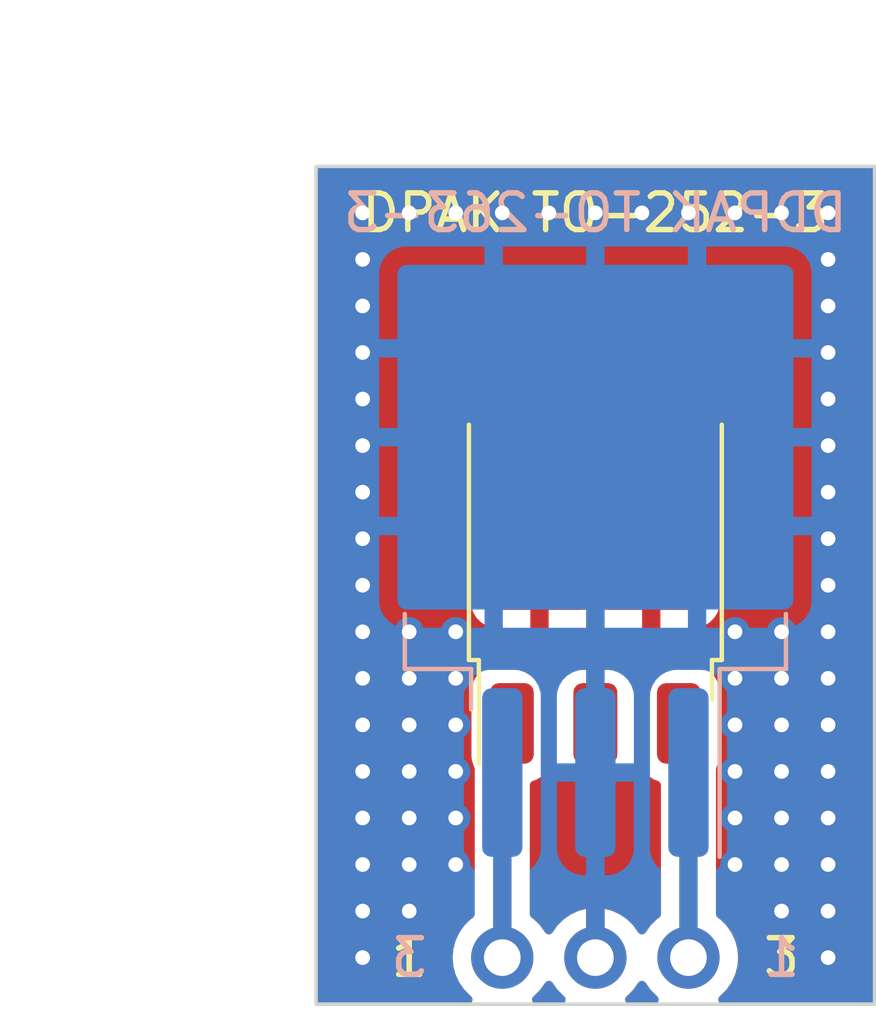
<source format=kicad_pcb>
(kicad_pcb (version 20221018) (generator pcbnew)
  (layers (0 "F.Cu" signal) (31 "B.Cu" signal) (34 "B.Paste" user) (35 "F.Paste" user) (36 "B.SilkS" user "B.Silkscreen") (37 "F.SilkS" user "F.Silkscreen") (38 "B.Mask" user) (39 "F.Mask" user) (44 "Edge.Cuts" user))
  (net 0 "")
  (net 1 "Net-(J1-Pin_1)")
  (net 2 "Net-(J1-Pin_3)")
  (net 3 "/HEATSINK")
  (footprint "Package_TO_SOT_SMD:TO-252-3_TabPin2" (layer "F.Cu") (at 120.65 96.52 90)
    (fp_text reference "U3" hide)
    (fp_text value "LM1117DT-ADJ" hide)
    (fp_line (start -3.31 -3.45) (end -3.31 -3.18) (stroke (width 0.12)) (layer "F.SilkS"))
    (fp_line (start -3.31 -3.18) (end -6.14 -3.18) (stroke (width 0.12)) (layer "F.SilkS"))
    (fp_line (start -3.31 3.18) (end -4.41 3.18) (stroke (width 0.12)) (layer "F.SilkS"))
    (fp_line (start -3.31 3.45) (end -3.31 3.18) (stroke (width 0.12)) (layer "F.SilkS"))
    (fp_line (start 3.11 -3.45) (end -3.31 -3.45) (stroke (width 0.12)) (layer "F.SilkS"))
    (fp_line (start 3.11 3.45) (end -3.31 3.45) (stroke (width 0.12)) (layer "F.SilkS"))
    (pad "1" smd roundrect (at -5.04 -2.28 90) (size 2.2 1.2) (layers "F.Cu" "F.Paste" "F.Mask") (roundrect_rratio 0.208333) (net 1 "Net-(J1-Pin_1)"))
    (pad "2" smd roundrect (at -5.04 0 90) (size 2.2 1.2) (layers "F.Cu" "F.Paste" "F.Mask") (roundrect_rratio 0.208333) (net 3 "/HEATSINK"))
    (pad "2" smd roundrect (at -0.415 -1.525 90) (size 3.05 2.75) (layers "F.Cu" "F.Paste") (roundrect_rratio 0.090909) (net 3 "/HEATSINK"))
    (pad "2" smd roundrect (at -0.415 1.525 90) (size 3.05 2.75) (layers "F.Cu" "F.Paste") (roundrect_rratio 0.090909) (net 3 "/HEATSINK"))
    (pad "2" smd roundrect (at 1.26 0 90) (size 6.4 5.8) (layers "F.Cu" "F.Mask") (roundrect_rratio 0.043103) (net 3 "/HEATSINK"))
    (pad "2" smd roundrect (at 2.935 -1.525 90) (size 3.05 2.75) (layers "F.Cu" "F.Paste") (roundrect_rratio 0.090909) (net 3 "/HEATSINK"))
    (pad "2" smd roundrect (at 2.935 1.525 90) (size 3.05 2.75) (layers "F.Cu" "F.Paste") (roundrect_rratio 0.090909) (net 3 "/HEATSINK"))
    (pad "3" smd roundrect (at -5.04 2.28 90) (size 2.2 1.2) (layers "F.Cu" "F.Paste" "F.Mask") (roundrect_rratio 0.208333) (net 2 "Net-(J1-Pin_3)"))
  )
  (footprint "Connector_PinHeader_2.54mm:PinHeader_1x03_P2.54mm_Vertical" (layer "F.Cu") (at 118.11 107.95 90)
    (fp_text reference "J1" hide)
    (fp_text value "Conn_01x03" hide)
    (pad "1" thru_hole circle (at 0 0 90) (size 1.7 1.7) (drill 1) (layers "*.Cu" "*.Mask") (net 1 "Net-(J1-Pin_1)"))
    (pad "2" thru_hole oval (at 0 2.54 90) (size 1.7 1.7) (drill 1) (layers "*.Cu" "*.Mask") (net 3 "/HEATSINK"))
    (pad "3" thru_hole oval (at 0 5.08 90) (size 1.7 1.7) (drill 1) (layers "*.Cu" "*.Mask") (net 2 "Net-(J1-Pin_3)"))
  )
  (footprint "Package_TO_SOT_SMD:TO-263-3_TabPin2" (layer "B.Cu") (at 120.65 95.25 90)
    (fp_text reference "U1" hide)
    (fp_text value "LM1117DT-ADJ" hide)
    (fp_line (start -4.825 -5.2) (end -4.825 -3.39) (stroke (width 0.12)) (layer "B.SilkS"))
    (fp_line (start -4.825 -3.39) (end -5.925 -3.39) (stroke (width 0.12)) (layer "B.SilkS"))
    (fp_line (start -4.825 3.39) (end -9.95 3.39) (stroke (width 0.12)) (layer "B.SilkS"))
    (fp_line (start -4.825 5.2) (end -4.825 3.39) (stroke (width 0.12)) (layer "B.SilkS"))
    (fp_line (start -3.325 -5.2) (end -4.825 -5.2) (stroke (width 0.12)) (layer "B.SilkS"))
    (fp_line (start -3.325 5.2) (end -4.825 5.2) (stroke (width 0.12)) (layer "B.SilkS"))
    (pad "1" smd roundrect (at -7.65 2.54 90) (size 4.6 1.1) (layers "B.Cu" "B.Paste" "B.Mask") (roundrect_rratio 0.227273) (net 2 "Net-(J1-Pin_3)"))
    (pad "2" smd roundrect (at -7.65 0 90) (size 4.6 1.1) (layers "B.Cu" "B.Paste" "B.Mask") (roundrect_rratio 0.227273) (net 3 "/HEATSINK"))
    (pad "2" smd roundrect (at -0.925 -2.775 90) (size 4.55 5.25) (layers "B.Cu" "B.Paste") (roundrect_rratio 0.054945) (net 3 "/HEATSINK"))
    (pad "2" smd roundrect (at -0.925 2.775 90) (size 4.55 5.25) (layers "B.Cu" "B.Paste") (roundrect_rratio 0.054945) (net 3 "/HEATSINK"))
    (pad "2" smd roundrect (at 1.5 0 90) (size 9.4 10.8) (layers "B.Cu" "B.Mask") (roundrect_rratio 0.026596) (net 3 "/HEATSINK"))
    (pad "2" smd roundrect (at 3.925 -2.775 90) (size 4.55 5.25) (layers "B.Cu" "B.Paste") (roundrect_rratio 0.054945) (net 3 "/HEATSINK"))
    (pad "2" smd roundrect (at 3.925 2.775 90) (size 4.55 5.25) (layers "B.Cu" "B.Paste") (roundrect_rratio 0.054945) (net 3 "/HEATSINK"))
    (pad "3" smd roundrect (at -7.65 -2.54 90) (size 4.6 1.1) (layers "B.Cu" "B.Paste" "B.Mask") (roundrect_rratio 0.227273) (net 1 "Net-(J1-Pin_1)"))
  )
  (gr_rect (start 113.03 86.36) (end 128.27 109.22) (stroke (width 0.1)) (fill none) (layer "Edge.Cuts"))
  (gr_text "1" (at 125.73 107.95) (layer "B.SilkS") (effects (font (size 1 1)) (justify mirror)))
  (gr_text "3" (at 115.57 107.95) (layer "B.SilkS") (effects (font (size 1 1)) (justify mirror)))
  (gr_text "DDPAK TO-263-3" (at 120.65 87.63) (layer "B.SilkS") (effects (font (size 1 1)) (justify mirror)))
  (gr_text "1" (at 115.57 107.95) (layer "F.SilkS") (effects (font (size 1 1))))
  (gr_text "3" (at 125.73 107.95) (layer "F.SilkS") (effects (font (size 1 1))))
  (gr_text "DPAK TO-252-3" (at 120.65 87.63) (layer "F.SilkS") (effects (font (size 1 1))))
  (segment (start 118.11 101.82) (end 118.11 107.95) (width 0.5) (layer "F.Cu") (net 1))
  (segment (start 118.37 101.56) (end 118.11 101.82) (width 0.5) (layer "F.Cu") (net 1))
  (segment (start 118.11 102.9) (end 118.11 107.95) (width 0.5) (layer "B.Cu") (net 1))
  (segment (start 122.93 101.56) (end 123.19 101.82) (width 0.5) (layer "F.Cu") (net 2))
  (segment (start 123.19 101.82) (end 123.19 107.95) (width 0.5) (layer "F.Cu") (net 2))
  (segment (start 123.19 102.9) (end 123.19 107.95) (width 0.5) (layer "B.Cu") (net 2))
  (segment (start 120.65 101.56) (end 120.65 107.95) (width 0.5) (layer "F.Cu") (net 3))
  (via (at 114.3 97.79) (size 0.8) (drill 0.4) (layers "F.Cu" "B.Cu") (net 3))
  (via (at 119.38 87.63) (size 0.8) (drill 0.4) (layers "F.Cu" "B.Cu") (net 3))
  (via (at 116.84 100.33) (size 0.8) (drill 0.4) (layers "F.Cu" "B.Cu") (net 3))
  (via (at 114.3 87.63) (size 0.8) (drill 0.4) (layers "F.Cu" "B.Cu") (net 3))
  (via (at 114.3 88.9) (size 0.8) (drill 0.4) (layers "F.Cu" "B.Cu") (net 3))
  (via (at 125.73 87.63) (size 0.8) (drill 0.4) (layers "F.Cu" "B.Cu") (net 3))
  (via (at 114.3 93.98) (size 0.8) (drill 0.4) (layers "F.Cu" "B.Cu") (net 3))
  (via (at 114.3 105.41) (size 0.8) (drill 0.4) (layers "F.Cu" "B.Cu") (net 3))
  (via (at 124.46 104.14) (size 0.8) (drill 0.4) (layers "F.Cu" "B.Cu") (net 3))
  (via (at 127 106.68) (size 0.8) (drill 0.4) (layers "F.Cu" "B.Cu") (net 3))
  (via (at 127 92.71) (size 0.8) (drill 0.4) (layers "F.Cu" "B.Cu") (net 3))
  (via (at 114.3 91.44) (size 0.8) (drill 0.4) (layers "F.Cu" "B.Cu") (net 3))
  (via (at 125.73 102.87) (size 0.8) (drill 0.4) (layers "F.Cu" "B.Cu") (net 3))
  (via (at 114.3 95.25) (size 0.8) (drill 0.4) (layers "F.Cu" "B.Cu") (net 3))
  (via (at 114.3 96.52) (size 0.8) (drill 0.4) (layers "F.Cu" "B.Cu") (net 3))
  (via (at 114.3 106.68) (size 0.8) (drill 0.4) (layers "F.Cu" "B.Cu") (net 3))
  (via (at 127 99.06) (size 0.8) (drill 0.4) (layers "F.Cu" "B.Cu") (net 3))
  (via (at 115.57 87.63) (size 0.8) (drill 0.4) (layers "F.Cu" "B.Cu") (net 3))
  (via (at 127 97.79) (size 0.8) (drill 0.4) (layers "F.Cu" "B.Cu") (net 3))
  (via (at 114.3 101.6) (size 0.8) (drill 0.4) (layers "F.Cu" "B.Cu") (net 3))
  (via (at 123.19 87.63) (size 0.8) (drill 0.4) (layers "F.Cu" "B.Cu") (net 3))
  (via (at 127 105.41) (size 0.8) (drill 0.4) (layers "F.Cu" "B.Cu") (net 3))
  (via (at 121.92 87.63) (size 0.8) (drill 0.4) (layers "F.Cu" "B.Cu") (net 3))
  (via (at 115.57 105.41) (size 0.8) (drill 0.4) (layers "F.Cu" "B.Cu") (net 3))
  (via (at 115.57 106.68) (size 0.8) (drill 0.4) (layers "F.Cu" "B.Cu") (net 3))
  (via (at 116.84 104.14) (size 0.8) (drill 0.4) (layers "F.Cu" "B.Cu") (net 3))
  (via (at 125.73 104.14) (size 0.8) (drill 0.4) (layers "F.Cu" "B.Cu") (net 3))
  (via (at 116.84 102.87) (size 0.8) (drill 0.4) (layers "F.Cu" "B.Cu") (net 3))
  (via (at 127 107.95) (size 0.8) (drill 0.4) (layers "F.Cu" "B.Cu") (net 3))
  (via (at 115.57 104.14) (size 0.8) (drill 0.4) (layers "F.Cu" "B.Cu") (net 3))
  (via (at 115.57 102.87) (size 0.8) (drill 0.4) (layers "F.Cu" "B.Cu") (net 3))
  (via (at 127 104.14) (size 0.8) (drill 0.4) (layers "F.Cu" "B.Cu") (net 3))
  (via (at 127 101.6) (size 0.8) (drill 0.4) (layers "F.Cu" "B.Cu") (net 3))
  (via (at 116.84 101.6) (size 0.8) (drill 0.4) (layers "F.Cu" "B.Cu") (net 3))
  (via (at 114.3 102.87) (size 0.8) (drill 0.4) (layers "F.Cu" "B.Cu") (net 3))
  (via (at 127 90.17) (size 0.8) (drill 0.4) (layers "F.Cu" "B.Cu") (net 3))
  (via (at 114.3 104.14) (size 0.8) (drill 0.4) (layers "F.Cu" "B.Cu") (net 3))
  (via (at 127 93.98) (size 0.8) (drill 0.4) (layers "F.Cu" "B.Cu") (net 3))
  (via (at 124.46 102.87) (size 0.8) (drill 0.4) (layers "F.Cu" "B.Cu") (net 3))
  (via (at 127 88.9) (size 0.8) (drill 0.4) (layers "F.Cu" "B.Cu") (net 3))
  (via (at 127 87.63) (size 0.8) (drill 0.4) (layers "F.Cu" "B.Cu") (net 3))
  (via (at 127 96.52) (size 0.8) (drill 0.4) (layers "F.Cu" "B.Cu") (net 3))
  (via (at 127 102.87) (size 0.8) (drill 0.4) (layers "F.Cu" "B.Cu") (net 3))
  (via (at 127 91.44) (size 0.8) (drill 0.4) (layers "F.Cu" "B.Cu") (net 3))
  (via (at 125.73 101.6) (size 0.8) (drill 0.4) (layers "F.Cu" "B.Cu") (net 3))
  (via (at 114.3 92.71) (size 0.8) (drill 0.4) (layers "F.Cu" "B.Cu") (net 3))
  (via (at 124.46 99.06) (size 0.8) (drill 0.4) (layers "F.Cu" "B.Cu") (net 3))
  (via (at 125.73 99.06) (size 0.8) (drill 0.4) (layers "F.Cu" "B.Cu") (net 3))
  (via (at 120.65 87.63) (size 0.8) (drill 0.4) (layers "F.Cu" "B.Cu") (net 3))
  (via (at 116.84 99.06) (size 0.8) (drill 0.4) (layers "F.Cu" "B.Cu") (net 3))
  (via (at 116.84 105.41) (size 0.8) (drill 0.4) (layers "F.Cu" "B.Cu") (net 3))
  (via (at 115.57 101.6) (size 0.8) (drill 0.4) (layers "F.Cu" "B.Cu") (net 3))
  (via (at 115.57 100.33) (size 0.8) (drill 0.4) (layers "F.Cu" "B.Cu") (net 3))
  (via (at 124.46 101.6) (size 0.8) (drill 0.4) (layers "F.Cu" "B.Cu") (net 3))
  (via (at 114.3 90.17) (size 0.8) (drill 0.4) (layers "F.Cu" "B.Cu") (net 3))
  (via (at 114.3 100.33) (size 0.8) (drill 0.4) (layers "F.Cu" "B.Cu") (net 3))
  (via (at 116.84 87.63) (size 0.8) (drill 0.4) (layers "F.Cu" "B.Cu") (net 3))
  (via (at 114.3 107.95) (size 0.8) (drill 0.4) (layers "F.Cu" "B.Cu") (net 3))
  (via (at 125.73 100.33) (size 0.8) (drill 0.4) (layers "F.Cu" "B.Cu") (net 3))
  (via (at 115.57 99.06) (size 0.8) (drill 0.4) (layers "F.Cu" "B.Cu") (net 3))
  (via (at 127 95.25) (size 0.8) (drill 0.4) (layers "F.Cu" "B.Cu") (net 3))
  (via (at 118.11 87.63) (size 0.8) (drill 0.4) (layers "F.Cu" "B.Cu") (net 3))
  (via (at 124.46 87.63) (size 0.8) (drill 0.4) (layers "F.Cu" "B.Cu") (net 3))
  (via (at 124.46 100.33) (size 0.8) (drill 0.4) (layers "F.Cu" "B.Cu") (net 3))
  (via (at 114.3 99.06) (size 0.8) (drill 0.4) (layers "F.Cu" "B.Cu") (net 3))
  (via (at 127 100.33) (size 0.8) (drill 0.4) (layers "F.Cu" "B.Cu") (net 3))
  (via (at 125.73 105.41) (size 0.8) (drill 0.4) (layers "F.Cu" "B.Cu") (net 3))
  (via (at 124.46 105.41) (size 0.8) (drill 0.4) (layers "F.Cu" "B.Cu") (net 3))
  (via (at 125.73 106.68) (size 0.8) (drill 0.4) (layers "F.Cu" "B.Cu") (net 3))
  (segment (start 120.65 102.9) (end 120.65 107.95) (width 0.5) (layer "B.Cu") (net 3))
  (zone (net 3) (net_name "/HEATSINK") (layers "F&B.Cu") (connect_pads (clearance 0.5)) (min_thickness 0.25) (fill yes (thermal_gap 0.5) (thermal_bridge_width 0.5) (island_removal_mode 1) (island_area_min 10))
    (polygon (pts (xy 113.03 86.36) (xy 128.27 86.36) (xy 128.27 109.22) (xy 113.03 109.22)))
  )
)
</source>
